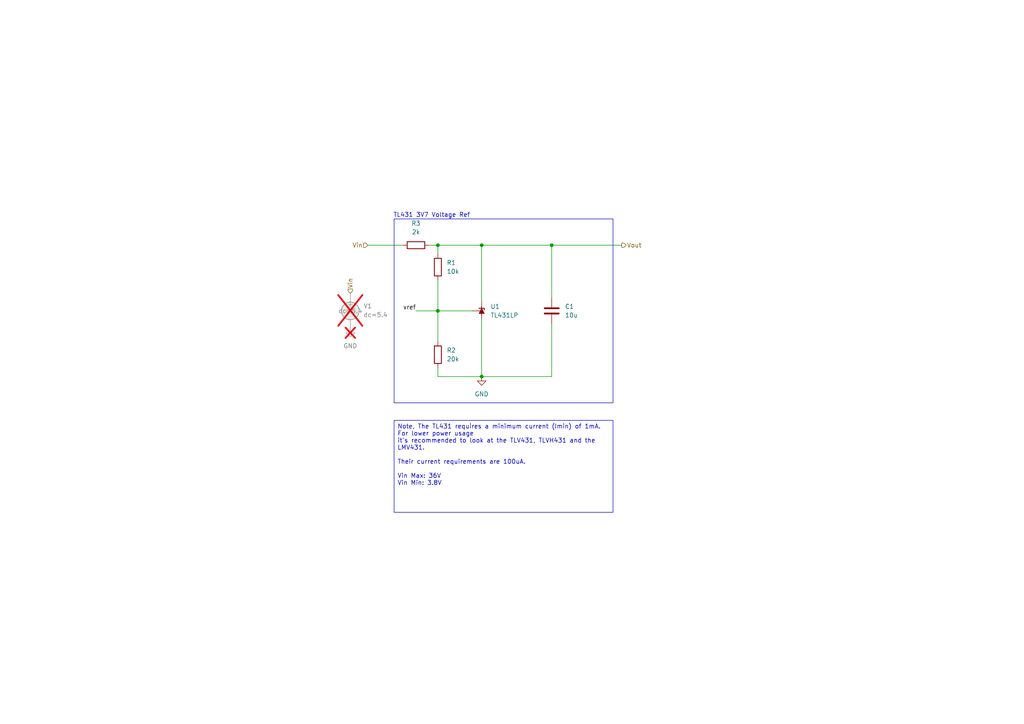
<source format=kicad_sch>
(kicad_sch (version 20250114) (generator "eeschema") (generator_version "9.0")
  (paper "A4")
  (lib_symbols
    (symbol "Device:C" (pin_numbers (hide yes)) (pin_names (offset 0.254))
      (property "Reference" "C" (at 0.635 2.54 0))
      (property "Value" "C" (at 0.635 -2.54 0))
      (symbol "C_0_1"
        (polyline (pts (xy -2.032 0.762) (xy 2.032 0.762)) (stroke (width 0.508)))
        (polyline (pts (xy -2.032 -0.762) (xy 2.032 -0.762)) (stroke (width 0.508)))
      )
      (symbol "C_1_1"
        (pin passive line (at 0 3.81 270) (length 2.794) (name "~") (number "1"))
        (pin passive line (at 0 -3.81 90) (length 2.794) (name "~") (number "2"))
      )
    )
    (symbol "Device:R" (pin_numbers (hide yes)) (pin_names (offset 0))
      (property "Reference" "R" (at 2.032 0 90))
      (property "Value" "R" (at 0 0 90))
      (symbol "R_0_1"
        (rectangle (start -1.016 -2.54) (end 1.016 2.54) (stroke (width 0.254)))
      )
      (symbol "R_1_1"
        (pin passive line (at 0 3.81 270) (length 1.27) (name "~") (number "1"))
        (pin passive line (at 0 -3.81 90) (length 1.27) (name "~") (number "2"))
      )
    )
    (symbol "Reference_Voltage:TL431LP" (pin_numbers (hide yes)) (pin_names (hide yes))
      (property "Reference" "U" (at -2.54 2.54 0))
      (property "Value" "TL431LP" (at 0 -2.54 0))
      (symbol "TL431LP_0_1"
        (polyline (pts (xy -1.27 0) (xy 0 0) (xy 1.27 0)))
        (polyline (pts (xy -0.762 -0.762) (xy -0.762 0.762) (xy 0.762 0) (xy -0.762 -0.762)) (fill (type outline)))
        (polyline (pts (xy 0.254 -0.762) (xy 0.762 -0.762) (xy 0.762 0.762) (xy 0.762 0.762)) (stroke (width 0.254)))
      )
      (symbol "TL431LP_1_1"
        (pin passive line (at -2.54 0 0) (length 2.54) (name "A") (number "2"))
        (pin passive line (at 0 2.54 270) (length 2.54) (name "REF") (number "1"))
        (pin passive line (at 2.54 0 180) (length 2.54) (name "K") (number "3"))
      )
    )
    (symbol "Simulation_SPICE:VDC" (pin_numbers (hide yes)) (pin_names (offset 0.0254))
      (property "Reference" "V" (at 2.54 2.54 0))
      (property "Value" "1" (at 2.54 0 0))
      (symbol "VDC_0_0"
        (polyline (pts (xy -1.27 0.254) (xy 1.27 0.254)))
        (polyline (pts (xy -0.762 -0.254) (xy -1.27 -0.254)))
        (polyline (pts (xy 0.254 -0.254) (xy -0.254 -0.254)))
        (polyline (pts (xy 1.27 -0.254) (xy 0.762 -0.254)))
        (text "+" (at 0 1.905 0) (effects (font (size 1.27 1.27))))
      )
      (symbol "VDC_0_1"
        (circle (center 0 0) (radius 2.54) (stroke (width 0.254)) (fill (type background)))
      )
      (symbol "VDC_1_1"
        (pin passive line (at 0 5.08 270) (length 2.54) (name "~") (number "1"))
        (pin passive line (at 0 -5.08 90) (length 2.54) (name "~") (number "2"))
      )
    )
    (symbol "power:GND" (power) (pin_numbers (hide yes)) (pin_names (offset 0) (hide yes))
      (property "Value" "GND" (at 0 -3.81 0))
      (symbol "GND_0_1"
        (polyline (pts (xy 0 0) (xy 0 -1.27) (xy 1.27 -1.27) (xy 0 -2.54) (xy -1.27 -1.27) (xy 0 -1.27)))
      )
      (symbol "GND_1_1"
        (pin power_in line (at 0 0 270) (length 0) (name "~") (number "1"))
      )
    )
  )
  (rectangle (start 114.3 63.5) (end 177.8 116.84))
  (text "TL431 3V7 Voltage Ref" (at 125.222 62.484 0) (effects (font (size 1.27 1.27))))
  (text_box "Note, The TL431 requires a minimum current (Imin) of 1mA. For lower power usage \nit's recommended to look at the TLV431, TLVH431 and the LMV431. \n\nTheir current requirements are 100uA.\n\nVin Max: 36V\nVin Min: 3.8V" (at 114.3 121.92 0) (size 63.5 26.67) (margins 0.9525 0.9525 0.9525 0.9525) (effects (font (size 1.27 1.27)) (justify left top)))
  (junction (at 127 90.17))
  (junction (at 139.7 71.12))
  (junction (at 160.02 71.12))
  (junction (at 139.7 109.22))
  (junction (at 127 71.12))
  (wire (pts (xy 127 90.17) (xy 127 99.06)))
  (wire (pts (xy 139.7 71.12) (xy 127 71.12)))
  (wire (pts (xy 106.68 71.12) (xy 116.84 71.12)))
  (wire (pts (xy 137.16 90.17) (xy 127 90.17)))
  (wire (pts (xy 160.02 71.12) (xy 139.7 71.12)))
  (wire (pts (xy 127 109.22) (xy 139.7 109.22)))
  (wire (pts (xy 160.02 86.36) (xy 160.02 71.12)))
  (wire (pts (xy 139.7 92.71) (xy 139.7 109.22)))
  (wire (pts (xy 139.7 87.63) (xy 139.7 71.12)))
  (wire (pts (xy 160.02 93.98) (xy 160.02 109.22)))
  (wire (pts (xy 160.02 71.12) (xy 180.34 71.12)))
  (wire (pts (xy 160.02 109.22) (xy 139.7 109.22)))
  (wire (pts (xy 124.46 71.12) (xy 127 71.12)))
  (wire (pts (xy 127 106.68) (xy 127 109.22)))
  (wire (pts (xy 127 71.12) (xy 127 73.66)))
  (wire (pts (xy 120.65 90.17) (xy 127 90.17)))
  (wire (pts (xy 127 81.28) (xy 127 90.17)))
  (label "vref" (at 120.65 90.17 180))
  (hierarchical_label "Vout" (shape output) (at 180.34 71.12 0))
  (hierarchical_label "Vin" (shape input) (at 101.6 85.09 90))
  (hierarchical_label "Vin" (shape input) (at 106.68 71.12 180))
  (symbol (lib_id "Simulation_SPICE:VDC") (at 101.6 90.17 0) (unit 1) (in_bom no) (on_board no) (dnp yes)
    (property "Reference" "V1" (at 105.41 88.7701 0) (effects (justify left)))
    (property "Value" "${SIM.PARAMS}" (at 105.41 91.3101 0) (effects (justify left)))
    (property "Datasheet" "https://ngspice.sourceforge.io/docs/ngspice-html-manual/manual.xhtml#sec_Independent_Sources_for" (effects (hide yes)))
    (property "Description" "Voltage source, DC" (effects (hide yes)))
    (property "Sim.Pins" "1=+ 2=-" (effects (hide yes)))
    (property "Sim.Type" "DC" (effects (hide yes)))
    (property "Sim.Device" "V" (effects (hide yes)))
    (property "Sim.Params" "dc=5.4" (at 101.6 90.17 0))
  )
  (symbol (lib_id "Device:R") (at 127 102.87 0) (unit 1)
    (property "Reference" "R2" (at 129.54 101.5999 0) (effects (justify left)))
    (property "Value" "20k" (at 129.54 104.1399 0) (effects (justify left)))
    (property "Description" "Resistor" (effects (hide yes)))
  )
  (symbol (lib_id "power:GND") (at 101.6 95.25 0) (unit 1) (in_bom no) (on_board no) (dnp yes)
    (property "Reference" "#PWR02" (effects (hide yes)))
    (property "Value" "GND" (at 101.6 100.33 0))
    (property "Description" "Power symbol creates a global label with name \"GND\" , ground" (effects (hide yes)))
  )
  (symbol (lib_id "power:GND") (at 139.7 109.22 0) (unit 1)
    (property "Reference" "#PWR01" (effects (hide yes)))
    (property "Value" "GND" (at 139.7 114.3 0))
    (property "Description" "Power symbol creates a global label with name \"GND\" , ground" (effects (hide yes)))
  )
  (symbol (lib_id "Device:C") (at 160.02 90.17 0) (unit 1)
    (property "Reference" "C1" (at 163.83 88.8999 0) (effects (justify left)))
    (property "Value" "10u" (at 163.83 91.4399 0) (effects (justify left)))
    (property "Description" "Unpolarized capacitor" (effects (hide yes)))
    (property "Sim.Device" "C" (effects (hide yes)))
    (property "Sim.Pins" "1=- 2=+" (effects (hide yes)))
  )
  (symbol (lib_id "Reference_Voltage:TL431LP") (at 139.7 90.17 90) (unit 1)
    (property "Reference" "U1" (at 142.24 88.8999 90) (effects (justify right)))
    (property "Value" "TL431LP" (at 142.24 91.4399 90) (effects (justify right)))
    (property "Footprint" "Package_TO_SOT_THT:TO-92_Inline" (effects (hide yes)))
    (property "Datasheet" "http://www.ti.com/lit/ds/symlink/tl431.pdf" (effects (hide yes)))
    (property "Description" "Shunt Regulator, TO-92" (effects (hide yes)))
    (property "Sim.Library" "spice_models/tl431.mod" (effects (hide yes)))
    (property "Sim.Name" "TL431" (effects (hide yes)))
    (property "Sim.Device" "SUBCKT" (effects (hide yes)))
    (property "Sim.Pins" "1=1 2=2 3=3" (effects (hide yes)))
  )
  (symbol (lib_id "Device:R") (at 127 77.47 0) (unit 1)
    (property "Reference" "R1" (at 129.54 76.1999 0) (effects (justify left)))
    (property "Value" "10k" (at 129.54 78.7399 0) (effects (justify left)))
    (property "Description" "Resistor" (effects (hide yes)))
    (property "Sim.Device" "R" (effects (hide yes)))
    (property "Sim.Pins" "1=- 2=+" (effects (hide yes)))
  )
  (symbol (lib_id "Device:R") (at 120.65 71.12 90) (unit 1)
    (property "Reference" "R3" (at 120.65 64.77 90))
    (property "Value" "2k" (at 120.65 67.31 90))
    (property "Description" "Resistor" (effects (hide yes)))
    (property "Sim.Device" "R" (effects (hide yes)))
    (property "Sim.Pins" "1=- 2=+" (effects (hide yes)))
  )
)
</source>
